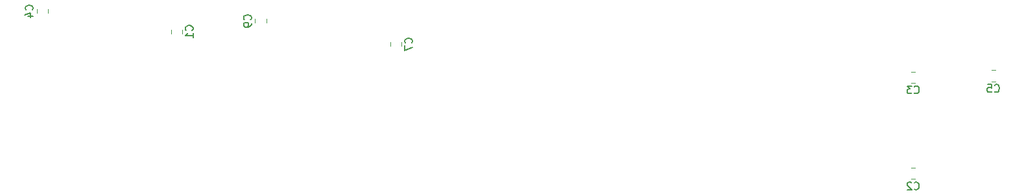
<source format=gbr>
%TF.GenerationSoftware,KiCad,Pcbnew,(5.1.7)-1*%
%TF.CreationDate,2020-11-02T22:58:22+00:00*%
%TF.ProjectId,STFM-TF536-Relocator+ROM-MkII,5354464d-2d54-4463-9533-362d52656c6f,rev?*%
%TF.SameCoordinates,Original*%
%TF.FileFunction,Legend,Bot*%
%TF.FilePolarity,Positive*%
%FSLAX46Y46*%
G04 Gerber Fmt 4.6, Leading zero omitted, Abs format (unit mm)*
G04 Created by KiCad (PCBNEW (5.1.7)-1) date 2020-11-02 22:58:22*
%MOMM*%
%LPD*%
G01*
G04 APERTURE LIST*
%ADD10C,0.120000*%
%ADD11C,0.150000*%
G04 APERTURE END LIST*
D10*
%TO.C,C9*%
X69178500Y-73843248D02*
X69178500Y-74365752D01*
X70648500Y-73843248D02*
X70648500Y-74365752D01*
%TO.C,C7*%
X88301500Y-77413752D02*
X88301500Y-76891248D01*
X86831500Y-77413752D02*
X86831500Y-76891248D01*
%TO.C,C5*%
X165282748Y-82015000D02*
X165805252Y-82015000D01*
X165282748Y-80545000D02*
X165805252Y-80545000D01*
%TO.C,C4*%
X40667000Y-72573248D02*
X40667000Y-73095752D01*
X42137000Y-72573248D02*
X42137000Y-73095752D01*
%TO.C,C3*%
X154805748Y-82205500D02*
X155328252Y-82205500D01*
X154805748Y-80735500D02*
X155328252Y-80735500D01*
%TO.C,C2*%
X154805748Y-94778500D02*
X155328252Y-94778500D01*
X154805748Y-93308500D02*
X155328252Y-93308500D01*
%TO.C,C1*%
X59663000Y-75762752D02*
X59663000Y-75240248D01*
X58193000Y-75762752D02*
X58193000Y-75240248D01*
%TO.C,C9*%
D11*
X68590642Y-73937833D02*
X68638261Y-73890214D01*
X68685880Y-73747357D01*
X68685880Y-73652119D01*
X68638261Y-73509261D01*
X68543023Y-73414023D01*
X68447785Y-73366404D01*
X68257309Y-73318785D01*
X68114452Y-73318785D01*
X67923976Y-73366404D01*
X67828738Y-73414023D01*
X67733500Y-73509261D01*
X67685880Y-73652119D01*
X67685880Y-73747357D01*
X67733500Y-73890214D01*
X67781119Y-73937833D01*
X68685880Y-74414023D02*
X68685880Y-74604500D01*
X68638261Y-74699738D01*
X68590642Y-74747357D01*
X68447785Y-74842595D01*
X68257309Y-74890214D01*
X67876357Y-74890214D01*
X67781119Y-74842595D01*
X67733500Y-74794976D01*
X67685880Y-74699738D01*
X67685880Y-74509261D01*
X67733500Y-74414023D01*
X67781119Y-74366404D01*
X67876357Y-74318785D01*
X68114452Y-74318785D01*
X68209690Y-74366404D01*
X68257309Y-74414023D01*
X68304928Y-74509261D01*
X68304928Y-74699738D01*
X68257309Y-74794976D01*
X68209690Y-74842595D01*
X68114452Y-74890214D01*
%TO.C,C7*%
X89603642Y-76985833D02*
X89651261Y-76938214D01*
X89698880Y-76795357D01*
X89698880Y-76700119D01*
X89651261Y-76557261D01*
X89556023Y-76462023D01*
X89460785Y-76414404D01*
X89270309Y-76366785D01*
X89127452Y-76366785D01*
X88936976Y-76414404D01*
X88841738Y-76462023D01*
X88746500Y-76557261D01*
X88698880Y-76700119D01*
X88698880Y-76795357D01*
X88746500Y-76938214D01*
X88794119Y-76985833D01*
X88698880Y-77319166D02*
X88698880Y-77985833D01*
X89698880Y-77557261D01*
%TO.C,C5*%
X165710666Y-83317142D02*
X165758285Y-83364761D01*
X165901142Y-83412380D01*
X165996380Y-83412380D01*
X166139238Y-83364761D01*
X166234476Y-83269523D01*
X166282095Y-83174285D01*
X166329714Y-82983809D01*
X166329714Y-82840952D01*
X166282095Y-82650476D01*
X166234476Y-82555238D01*
X166139238Y-82460000D01*
X165996380Y-82412380D01*
X165901142Y-82412380D01*
X165758285Y-82460000D01*
X165710666Y-82507619D01*
X164805904Y-82412380D02*
X165282095Y-82412380D01*
X165329714Y-82888571D01*
X165282095Y-82840952D01*
X165186857Y-82793333D01*
X164948761Y-82793333D01*
X164853523Y-82840952D01*
X164805904Y-82888571D01*
X164758285Y-82983809D01*
X164758285Y-83221904D01*
X164805904Y-83317142D01*
X164853523Y-83364761D01*
X164948761Y-83412380D01*
X165186857Y-83412380D01*
X165282095Y-83364761D01*
X165329714Y-83317142D01*
%TO.C,C4*%
X40079142Y-72667833D02*
X40126761Y-72620214D01*
X40174380Y-72477357D01*
X40174380Y-72382119D01*
X40126761Y-72239261D01*
X40031523Y-72144023D01*
X39936285Y-72096404D01*
X39745809Y-72048785D01*
X39602952Y-72048785D01*
X39412476Y-72096404D01*
X39317238Y-72144023D01*
X39222000Y-72239261D01*
X39174380Y-72382119D01*
X39174380Y-72477357D01*
X39222000Y-72620214D01*
X39269619Y-72667833D01*
X39507714Y-73524976D02*
X40174380Y-73524976D01*
X39126761Y-73286880D02*
X39841047Y-73048785D01*
X39841047Y-73667833D01*
%TO.C,C3*%
X155233666Y-83507642D02*
X155281285Y-83555261D01*
X155424142Y-83602880D01*
X155519380Y-83602880D01*
X155662238Y-83555261D01*
X155757476Y-83460023D01*
X155805095Y-83364785D01*
X155852714Y-83174309D01*
X155852714Y-83031452D01*
X155805095Y-82840976D01*
X155757476Y-82745738D01*
X155662238Y-82650500D01*
X155519380Y-82602880D01*
X155424142Y-82602880D01*
X155281285Y-82650500D01*
X155233666Y-82698119D01*
X154900333Y-82602880D02*
X154281285Y-82602880D01*
X154614619Y-82983833D01*
X154471761Y-82983833D01*
X154376523Y-83031452D01*
X154328904Y-83079071D01*
X154281285Y-83174309D01*
X154281285Y-83412404D01*
X154328904Y-83507642D01*
X154376523Y-83555261D01*
X154471761Y-83602880D01*
X154757476Y-83602880D01*
X154852714Y-83555261D01*
X154900333Y-83507642D01*
%TO.C,C2*%
X155233666Y-96080642D02*
X155281285Y-96128261D01*
X155424142Y-96175880D01*
X155519380Y-96175880D01*
X155662238Y-96128261D01*
X155757476Y-96033023D01*
X155805095Y-95937785D01*
X155852714Y-95747309D01*
X155852714Y-95604452D01*
X155805095Y-95413976D01*
X155757476Y-95318738D01*
X155662238Y-95223500D01*
X155519380Y-95175880D01*
X155424142Y-95175880D01*
X155281285Y-95223500D01*
X155233666Y-95271119D01*
X154852714Y-95271119D02*
X154805095Y-95223500D01*
X154709857Y-95175880D01*
X154471761Y-95175880D01*
X154376523Y-95223500D01*
X154328904Y-95271119D01*
X154281285Y-95366357D01*
X154281285Y-95461595D01*
X154328904Y-95604452D01*
X154900333Y-96175880D01*
X154281285Y-96175880D01*
%TO.C,C1*%
X60965142Y-75334833D02*
X61012761Y-75287214D01*
X61060380Y-75144357D01*
X61060380Y-75049119D01*
X61012761Y-74906261D01*
X60917523Y-74811023D01*
X60822285Y-74763404D01*
X60631809Y-74715785D01*
X60488952Y-74715785D01*
X60298476Y-74763404D01*
X60203238Y-74811023D01*
X60108000Y-74906261D01*
X60060380Y-75049119D01*
X60060380Y-75144357D01*
X60108000Y-75287214D01*
X60155619Y-75334833D01*
X61060380Y-76287214D02*
X61060380Y-75715785D01*
X61060380Y-76001500D02*
X60060380Y-76001500D01*
X60203238Y-75906261D01*
X60298476Y-75811023D01*
X60346095Y-75715785D01*
%TD*%
M02*

</source>
